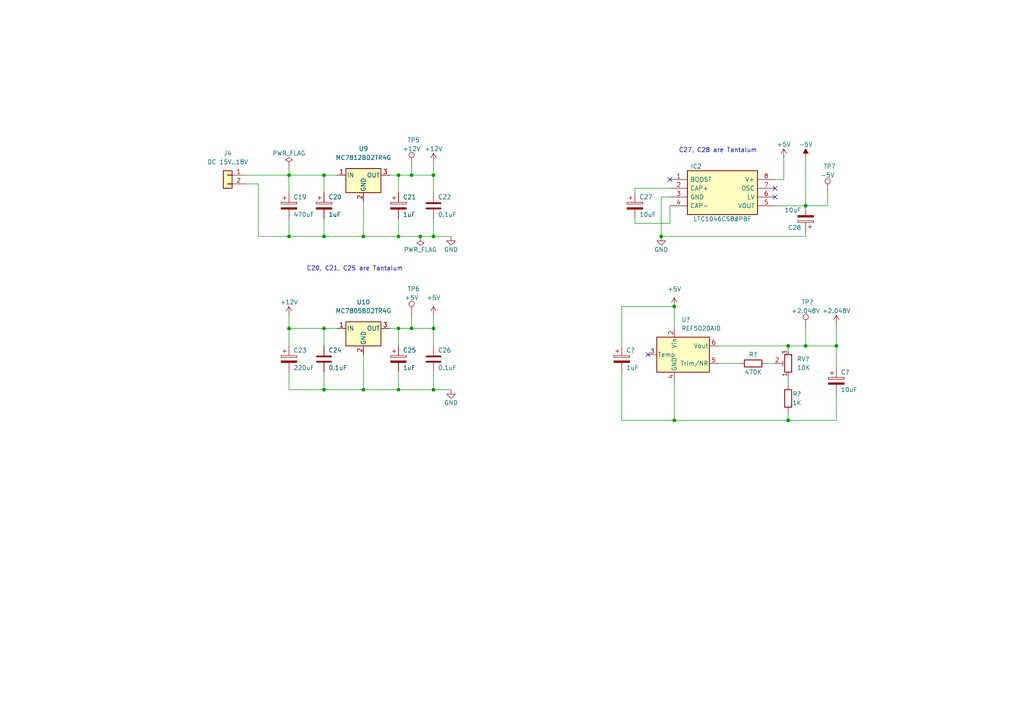
<source format=kicad_sch>
(kicad_sch (version 20211123) (generator eeschema)
  (paper "A4")
  (lib_symbols
    (symbol "Ben:+2.048V" (power) (pin_names (offset 0))
      (property "Value" "+2.048V" (at 0 5.08 0))
      (symbol "+2.048V_0_1"
        (polyline (pts (xy -0.762 1.27) (xy 0 2.54)))
        (polyline (pts (xy 0 0) (xy 0 2.54)))
        (polyline (pts (xy 0 2.54) (xy 0.762 1.27)))
      )
      (symbol "+2.048V_1_1"
        (pin power_in line (at 0 0 90) (length 0) hide (name "+2.048V") (number "1"))
      )
    )
    (symbol "Connector:TestPoint" (pin_numbers hide) (pin_names (offset 0.762) hide)
      (property "Reference" "TP" (at 0 6.858 0))
      (property "Value" "TestPoint" (at 0 5.08 0))
      (symbol "TestPoint_0_1"
        (circle (center 0 3.302) (radius 0.762))
      )
      (symbol "TestPoint_1_1"
        (pin passive line (at 0 0 90) (length 2.54) (name "1") (number "1"))
      )
    )
    (symbol "Connector_Generic:Conn_01x02" (pin_names (offset 1.016) hide)
      (property "Reference" "J" (at 0 2.54 0))
      (property "Value" "Conn_01x02" (at 0 -5.08 0))
      (symbol "Conn_01x02_1_1"
        (rectangle (start -1.27 -2.413) (end 0 -2.667) (stroke (width 0.1524)))
        (rectangle (start -1.27 0.127) (end 0 -0.127) (stroke (width 0.1524)))
        (rectangle (start -1.27 1.27) (end 1.27 -3.81) (stroke (width 0.254)) (fill (type background)))
        (pin passive line (at -5.08 0 0) (length 3.81) (name "Pin_1") (number "1"))
        (pin passive line (at -5.08 -2.54 0) (length 3.81) (name "Pin_2") (number "2"))
      )
    )
    (symbol "Device:C" (pin_numbers hide) (pin_names (offset 0.254))
      (property "Reference" "C" (at 0.635 2.54 0))
      (property "Value" "C" (at 0.635 -2.54 0))
      (symbol "C_0_1"
        (polyline (pts (xy -2.032 -0.762) (xy 2.032 -0.762)) (stroke (width 0.508)))
        (polyline (pts (xy -2.032 0.762) (xy 2.032 0.762)) (stroke (width 0.508)))
      )
      (symbol "C_1_1"
        (pin passive line (at 0 3.81 270) (length 2.794) (name "~") (number "1"))
        (pin passive line (at 0 -3.81 90) (length 2.794) (name "~") (number "2"))
      )
    )
    (symbol "Device:C_Polarized" (pin_numbers hide) (pin_names (offset 0.254))
      (property "Reference" "C" (at 0.635 2.54 0))
      (property "Value" "C_Polarized" (at 0.635 -2.54 0))
      (symbol "C_Polarized_0_1"
        (rectangle (start -2.286 0.508) (end 2.286 1.016))
        (polyline (pts (xy -1.778 2.286) (xy -0.762 2.286)))
        (polyline (pts (xy -1.27 2.794) (xy -1.27 1.778)))
        (rectangle (start 2.286 -0.508) (end -2.286 -1.016) (fill (type outline)))
      )
      (symbol "C_Polarized_1_1"
        (pin passive line (at 0 3.81 270) (length 2.794) (name "~") (number "1"))
        (pin passive line (at 0 -3.81 90) (length 2.794) (name "~") (number "2"))
      )
    )
    (symbol "Device:R" (pin_numbers hide) (pin_names (offset 0))
      (property "Reference" "R" (at 2.032 0 90))
      (property "Value" "R" (at 0 0 90))
      (symbol "R_0_1"
        (rectangle (start -1.016 -2.54) (end 1.016 2.54) (stroke (width 0.254)))
      )
      (symbol "R_1_1"
        (pin passive line (at 0 3.81 270) (length 1.27) (name "~") (number "1"))
        (pin passive line (at 0 -3.81 90) (length 1.27) (name "~") (number "2"))
      )
    )
    (symbol "Device:R_Potentiometer_Trim" (pin_names (offset 1.016) hide)
      (property "Reference" "RV" (at -4.445 0 90))
      (property "Value" "R_Potentiometer_Trim" (at -2.54 0 90))
      (symbol "R_Potentiometer_Trim_0_1"
        (polyline (pts (xy 1.524 0.762) (xy 1.524 -0.762)))
        (polyline (pts (xy 2.54 0) (xy 1.524 0)))
        (rectangle (start 1.016 2.54) (end -1.016 -2.54) (stroke (width 0.254)))
      )
      (symbol "R_Potentiometer_Trim_1_1"
        (pin passive line (at 0 3.81 270) (length 1.27) (name "1") (number "1"))
        (pin passive line (at 3.81 0 180) (length 1.27) (name "2") (number "2"))
        (pin passive line (at 0 -3.81 90) (length 1.27) (name "3") (number "3"))
      )
    )
    (symbol "Reference_Voltage:REF5020ID" (pin_names (offset 0.254))
      (property "Reference" "U" (at -1.27 8.255 0))
      (property "Value" "REF5020ID" (at -1.27 6.35 0))
      (symbol "REF5020ID_0_1"
        (rectangle (start -7.62 5.08) (end 7.62 -5.08) (stroke (width 0.254)) (fill (type background)))
      )
      (symbol "REF5020ID_1_1"
        (pin no_connect line (at -7.62 2.54 0) (length 2.54) hide (name "DNC") (number "1"))
        (pin power_in line (at -2.54 7.62 270) (length 2.54) (name "Vin") (number "2"))
        (pin passive line (at -10.16 0 0) (length 2.54) (name "Temp") (number "3"))
        (pin power_in line (at -2.54 -7.62 90) (length 2.54) (name "GND") (number "4"))
        (pin passive line (at 10.16 -2.54 180) (length 2.54) (name "Trim/NR") (number "5"))
        (pin power_out line (at 10.16 2.54 180) (length 2.54) (name "Vout") (number "6"))
        (pin no_connect line (at -5.08 -5.08 90) (length 2.54) hide (name "NC") (number "7"))
        (pin no_connect line (at 7.62 0 180) (length 2.54) hide (name "DNC") (number "8"))
      )
    )
    (symbol "Regulator_Linear:L7805" (pin_names (offset 0.254))
      (property "Reference" "U" (at -3.81 3.175 0))
      (property "Value" "L7805" (at 0 3.175 0))
      (symbol "L7805_0_1"
        (rectangle (start -5.08 1.905) (end 5.08 -5.08) (stroke (width 0.254)) (fill (type background)))
      )
      (symbol "L7805_1_1"
        (pin power_in line (at -7.62 0 0) (length 2.54) (name "IN") (number "1"))
        (pin power_in line (at 0 -7.62 90) (length 2.54) (name "GND") (number "2"))
        (pin power_out line (at 7.62 0 180) (length 2.54) (name "OUT") (number "3"))
      )
    )
    (symbol "Regulator_Linear:L7812" (pin_names (offset 0.254))
      (property "Reference" "U" (at -3.81 3.175 0))
      (property "Value" "L7812" (at 0 3.175 0))
      (symbol "L7812_0_1"
        (rectangle (start -5.08 1.905) (end 5.08 -5.08) (stroke (width 0.254)) (fill (type background)))
      )
      (symbol "L7812_1_1"
        (pin power_in line (at -7.62 0 0) (length 2.54) (name "IN") (number "1"))
        (pin power_in line (at 0 -7.62 90) (length 2.54) (name "GND") (number "2"))
        (pin power_out line (at 7.62 0 180) (length 2.54) (name "OUT") (number "3"))
      )
    )
    (symbol "SamacSys_Parts:LTC1046CS8#PBF" (pin_names (offset 0.762))
      (property "Reference" "IC?" (at -15.24 7.62 0))
      (property "Value" "LTC1046CS8#PBF" (at -15.24 5.08 0))
      (symbol "LTC1046CS8#PBF_0_0"
        (pin passive line (at 0 0 0) (length 5.08) (name "BOOST") (number "1"))
        (pin passive line (at 0 -2.54 0) (length 5.08) (name "CAP+") (number "2"))
        (pin power_in line (at 0 -5.08 0) (length 5.08) (name "GND") (number "3"))
        (pin passive line (at 0 -7.62 0) (length 5.08) (name "CAP-") (number "4"))
        (pin output line (at 30.48 -7.62 180) (length 5.08) (name "VOUT") (number "5"))
        (pin passive line (at 30.48 -5.08 180) (length 5.08) (name "LV") (number "6"))
        (pin passive line (at 30.48 -2.54 180) (length 5.08) (name "OSC") (number "7"))
        (pin passive line (at 30.48 0 180) (length 5.08) (name "V+") (number "8"))
      )
      (symbol "LTC1046CS8#PBF_0_1"
        (polyline (pts (xy 5.08 2.54) (xy 25.4 2.54) (xy 25.4 -10.16) (xy 5.08 -10.16) (xy 5.08 2.54)) (stroke (width 0.254)) (fill (type background)))
      )
    )
    (symbol "power:+12V" (power) (pin_names (offset 0))
      (property "Value" "+12V" (at 0 3.556 0))
      (symbol "+12V_0_1"
        (polyline (pts (xy -0.762 1.27) (xy 0 2.54)))
        (polyline (pts (xy 0 0) (xy 0 2.54)))
        (polyline (pts (xy 0 2.54) (xy 0.762 1.27)))
      )
      (symbol "+12V_1_1"
        (pin power_in line (at 0 0 90) (length 0) hide (name "+12V") (number "1"))
      )
    )
    (symbol "power:+5V" (power) (pin_names (offset 0))
      (property "Value" "+5V" (at 0 3.556 0))
      (symbol "+5V_0_1"
        (polyline (pts (xy -0.762 1.27) (xy 0 2.54)))
        (polyline (pts (xy 0 0) (xy 0 2.54)))
        (polyline (pts (xy 0 2.54) (xy 0.762 1.27)))
      )
      (symbol "+5V_1_1"
        (pin power_in line (at 0 0 90) (length 0) hide (name "+5V") (number "1"))
      )
    )
    (symbol "power:-5V" (power) (pin_names (offset 0))
      (property "Value" "-5V" (at 0 3.81 0))
      (symbol "-5V_0_0"
        (pin power_in line (at 0 0 90) (length 0) hide (name "-5V") (number "1"))
      )
      (symbol "-5V_0_1"
        (polyline (pts (xy 0 0) (xy 0 1.27) (xy 0.762 1.27) (xy 0 2.54) (xy -0.762 1.27) (xy 0 1.27)) (fill (type outline)))
      )
    )
    (symbol "power:GND" (power) (pin_names (offset 0))
      (property "Value" "GND" (at 0 -3.81 0))
      (symbol "GND_0_1"
        (polyline (pts (xy 0 0) (xy 0 -1.27) (xy 1.27 -1.27) (xy 0 -2.54) (xy -1.27 -1.27) (xy 0 -1.27)))
      )
      (symbol "GND_1_1"
        (pin power_in line (at 0 0 270) (length 0) hide (name "GND") (number "1"))
      )
    )
    (symbol "power:PWR_FLAG" (power) (pin_numbers hide) (pin_names (offset 0) hide)
      (property "Value" "PWR_FLAG" (at 0 3.81 0))
      (symbol "PWR_FLAG_0_0"
        (pin power_out line (at 0 0 90) (length 0) (name "pwr") (number "1"))
      )
      (symbol "PWR_FLAG_0_1"
        (polyline (pts (xy 0 0) (xy 0 1.27) (xy -1.016 1.905) (xy 0 2.54) (xy 1.016 1.905) (xy 0 1.27)))
      )
    )
  )
  (junction (at 195.58 88.9))
  (junction (at 115.57 50.8))
  (junction (at 105.41 113.03))
  (junction (at 125.73 113.03))
  (junction (at 115.57 68.58))
  (junction (at 228.6 121.92))
  (junction (at 93.98 50.8))
  (junction (at 119.38 50.8))
  (junction (at 83.82 95.25))
  (junction (at 83.82 68.58))
  (junction (at 125.73 68.58))
  (junction (at 191.77 68.58))
  (junction (at 93.98 95.25))
  (junction (at 105.41 68.58))
  (junction (at 83.82 50.8))
  (junction (at 228.6 100.33))
  (junction (at 115.57 95.25))
  (junction (at 233.68 59.69))
  (junction (at 119.38 95.25))
  (junction (at 233.68 100.33))
  (junction (at 242.57 100.33))
  (junction (at 93.98 68.58))
  (junction (at 195.58 121.92))
  (junction (at 115.57 113.03))
  (junction (at 125.73 95.25))
  (junction (at 125.73 50.8))
  (junction (at 93.98 113.03))
  (junction (at 121.92 68.58))
  (no_connect (at 224.79 54.61))
  (no_connect (at 187.96 102.87))
  (no_connect (at 224.79 57.15))
  (no_connect (at 194.31 52.07))
  (wire (pts (xy 233.68 45.72) (xy 233.68 59.69)))
  (wire (pts (xy 115.57 68.58) (xy 121.92 68.58)))
  (wire (pts (xy 180.34 121.92) (xy 195.58 121.92)))
  (wire (pts (xy 115.57 95.25) (xy 115.57 100.33)))
  (wire (pts (xy 242.57 100.33) (xy 242.57 106.68)))
  (wire (pts (xy 125.73 46.99) (xy 125.73 50.8)))
  (wire (pts (xy 184.15 64.77) (xy 194.31 64.77)))
  (wire (pts (xy 240.03 55.88) (xy 240.03 59.69)))
  (wire (pts (xy 105.41 113.03) (xy 115.57 113.03)))
  (wire (pts (xy 222.25 105.41) (xy 224.79 105.41)))
  (wire (pts (xy 83.82 95.25) (xy 93.98 95.25)))
  (wire (pts (xy 83.82 55.88) (xy 83.82 50.8)))
  (wire (pts (xy 74.93 68.58) (xy 83.82 68.58)))
  (wire (pts (xy 233.68 68.58) (xy 233.68 67.31)))
  (wire (pts (xy 195.58 88.9) (xy 195.58 95.25)))
  (wire (pts (xy 113.03 50.8) (xy 115.57 50.8)))
  (wire (pts (xy 125.73 95.25) (xy 125.73 100.33)))
  (wire (pts (xy 240.03 59.69) (xy 233.68 59.69)))
  (wire (pts (xy 83.82 91.44) (xy 83.82 95.25)))
  (wire (pts (xy 115.57 63.5) (xy 115.57 68.58)))
  (wire (pts (xy 115.57 50.8) (xy 115.57 55.88)))
  (wire (pts (xy 242.57 121.92) (xy 228.6 121.92)))
  (wire (pts (xy 125.73 91.44) (xy 125.73 95.25)))
  (wire (pts (xy 74.93 53.34) (xy 74.93 68.58)))
  (wire (pts (xy 115.57 50.8) (xy 119.38 50.8)))
  (wire (pts (xy 83.82 95.25) (xy 83.82 100.33)))
  (wire (pts (xy 83.82 107.95) (xy 83.82 113.03)))
  (wire (pts (xy 93.98 68.58) (xy 83.82 68.58)))
  (wire (pts (xy 228.6 119.38) (xy 228.6 121.92)))
  (wire (pts (xy 195.58 121.92) (xy 195.58 110.49)))
  (wire (pts (xy 191.77 57.15) (xy 194.31 57.15)))
  (wire (pts (xy 71.12 50.8) (xy 83.82 50.8)))
  (wire (pts (xy 191.77 68.58) (xy 233.68 68.58)))
  (wire (pts (xy 224.79 59.69) (xy 233.68 59.69)))
  (wire (pts (xy 119.38 95.25) (xy 125.73 95.25)))
  (wire (pts (xy 184.15 54.61) (xy 184.15 55.88)))
  (wire (pts (xy 125.73 63.5) (xy 125.73 68.58)))
  (wire (pts (xy 184.15 64.77) (xy 184.15 63.5)))
  (wire (pts (xy 228.6 100.33) (xy 233.68 100.33)))
  (wire (pts (xy 93.98 50.8) (xy 97.79 50.8)))
  (wire (pts (xy 130.81 113.03) (xy 125.73 113.03)))
  (wire (pts (xy 83.82 48.26) (xy 83.82 50.8)))
  (wire (pts (xy 71.12 53.34) (xy 74.93 53.34)))
  (wire (pts (xy 119.38 48.26) (xy 119.38 50.8)))
  (wire (pts (xy 115.57 113.03) (xy 115.57 107.95)))
  (wire (pts (xy 93.98 63.5) (xy 93.98 68.58)))
  (wire (pts (xy 113.03 95.25) (xy 115.57 95.25)))
  (wire (pts (xy 93.98 95.25) (xy 93.98 100.33)))
  (wire (pts (xy 93.98 68.58) (xy 105.41 68.58)))
  (wire (pts (xy 242.57 93.98) (xy 242.57 100.33)))
  (wire (pts (xy 227.33 45.72) (xy 227.33 52.07)))
  (wire (pts (xy 115.57 95.25) (xy 119.38 95.25)))
  (wire (pts (xy 83.82 113.03) (xy 93.98 113.03)))
  (wire (pts (xy 93.98 55.88) (xy 93.98 50.8)))
  (wire (pts (xy 130.81 68.58) (xy 125.73 68.58)))
  (wire (pts (xy 228.6 100.33) (xy 228.6 101.6)))
  (wire (pts (xy 105.41 102.87) (xy 105.41 113.03)))
  (wire (pts (xy 115.57 113.03) (xy 125.73 113.03)))
  (wire (pts (xy 119.38 50.8) (xy 125.73 50.8)))
  (wire (pts (xy 233.68 95.25) (xy 233.68 100.33)))
  (wire (pts (xy 242.57 114.3) (xy 242.57 121.92)))
  (wire (pts (xy 93.98 95.25) (xy 97.79 95.25)))
  (wire (pts (xy 194.31 59.69) (xy 194.31 64.77)))
  (wire (pts (xy 121.92 68.58) (xy 125.73 68.58)))
  (wire (pts (xy 125.73 50.8) (xy 125.73 55.88)))
  (wire (pts (xy 228.6 121.92) (xy 195.58 121.92)))
  (wire (pts (xy 105.41 58.42) (xy 105.41 68.58)))
  (wire (pts (xy 227.33 52.07) (xy 224.79 52.07)))
  (wire (pts (xy 180.34 107.95) (xy 180.34 121.92)))
  (wire (pts (xy 125.73 113.03) (xy 125.73 107.95)))
  (wire (pts (xy 228.6 109.22) (xy 228.6 111.76)))
  (wire (pts (xy 208.28 105.41) (xy 214.63 105.41)))
  (wire (pts (xy 194.31 54.61) (xy 184.15 54.61)))
  (wire (pts (xy 195.58 88.9) (xy 180.34 88.9)))
  (wire (pts (xy 180.34 88.9) (xy 180.34 100.33)))
  (wire (pts (xy 191.77 68.58) (xy 191.77 57.15)))
  (wire (pts (xy 208.28 100.33) (xy 228.6 100.33)))
  (wire (pts (xy 119.38 91.44) (xy 119.38 95.25)))
  (wire (pts (xy 233.68 100.33) (xy 242.57 100.33)))
  (wire (pts (xy 105.41 68.58) (xy 115.57 68.58)))
  (wire (pts (xy 83.82 50.8) (xy 93.98 50.8)))
  (wire (pts (xy 83.82 68.58) (xy 83.82 63.5)))
  (wire (pts (xy 93.98 113.03) (xy 105.41 113.03)))
  (wire (pts (xy 93.98 113.03) (xy 93.98 107.95)))
  (text "C20, C21, C25 are Tantalum" (at 88.9 78.74 0) (effects (font (size 1.27 1.27)) (justify left bottom)))
  (text "C27, C28 are Tantalum\n" (at 196.85 44.45 0) (effects (font (size 1.27 1.27)) (justify left bottom)))
  (symbol (lib_id "SamacSys_Parts:LTC1046CS8#PBF") (at 194.31 52.07 0) (unit 1)
    (property "Reference" "IC2" (at 201.93 48.26 0))
    (property "Value" "LTC1046CS8#PBF" (at 209.55 63.5 0))
    (property "Footprint" "SOIC127P599X175-8N" (effects hide))
    (property "Datasheet" "https://componentsearchengine.com/Datasheets/1/LTC1046CS8#PBF.pdf" (effects hide))
    (property "Description" "Charge Pump Inverting, Step Down, Step Up" (effects hide))
    (property "Height" "1.752" (effects hide))
    (property "Mouser Part Number" "584-LTC1046CS8#PBF" (effects hide))
    (property "Mouser Price/Stock" "https://www.mouser.com/Search/Refine.aspx?Keyword=584-LTC1046CS8%23PBF" (effects hide))
    (property "Manufacturer_Name" "Linear Technology" (effects hide))
    (property "Manufacturer_Part_Number" "LTC1046CS8#PBF" (effects hide))
  )
  (symbol (lib_id "Connector_Generic:Conn_01x02") (at 66.04 50.8 0) (mirror y) (unit 1)
    (property "Reference" "J4" (at 66.04 44.45 0))
    (property "Value" "DC 15V..18V" (at 66.04 46.99 0))
  )
  (symbol (lib_id "Device:C_Polarized") (at 180.34 104.14 0) (unit 1)
    (property "Reference" "C?" (at 181.61 101.6 0) (effects (justify left)))
    (property "Value" "1uF" (at 181.61 106.68 0) (effects (justify left)))
  )
  (symbol (lib_id "power:+12V") (at 125.73 46.99 0) (unit 1)
    (property "Reference" "#PWR020" (effects hide))
    (property "Value" "+12V" (at 125.73 43.18 0))
  )
  (symbol (lib_id "Connector:TestPoint") (at 233.68 95.25 0) (unit 1)
    (property "Reference" "TP?" (at 232.41 87.63 0) (effects (justify left)))
    (property "Value" "+2.048V" (at 233.68 90.17 0))
  )
  (symbol (lib_id "power:GND") (at 130.81 68.58 0) (unit 1)
    (property "Reference" "#PWR021" (effects hide))
    (property "Value" "GND" (at 130.81 72.39 0))
  )
  (symbol (lib_id "Regulator_Linear:L7812") (at 105.41 50.8 0) (unit 1)
    (property "Reference" "U9" (at 105.41 43.18 0))
    (property "Value" "MC7812BD2TR4G" (at 105.41 45.72 0))
    (property "Footprint" "Package_TO_SOT_SMD:TO-263-3_TabPin2" (effects hide))
    (property "Datasheet" "http://www.st.com/content/ccc/resource/technical/document/datasheet/41/4f/b3/b0/12/d4/47/88/CD00000444.pdf/files/CD00000444.pdf/jcr:content/translations/en.CD00000444.pdf" (effects hide))
  )
  (symbol (lib_id "Connector:TestPoint") (at 119.38 91.44 0) (unit 1)
    (property "Reference" "TP6" (at 118.11 83.82 0) (effects (justify left)))
    (property "Value" "+5V" (at 119.38 86.36 0))
  )
  (symbol (lib_id "power:+12V") (at 83.82 91.44 0) (unit 1)
    (property "Reference" "#PWR022" (effects hide))
    (property "Value" "+12V" (at 83.82 87.63 0))
  )
  (symbol (lib_id "Connector:TestPoint") (at 119.38 48.26 0) (unit 1)
    (property "Reference" "TP5" (at 118.11 40.64 0) (effects (justify left)))
    (property "Value" "+12V" (at 119.38 43.18 0))
  )
  (symbol (lib_id "Ben:+2.048V") (at 242.57 93.98 0) (unit 1)
    (property "Reference" "#PWR?" (effects hide))
    (property "Value" "+2.048V" (at 242.57 90.17 0))
  )
  (symbol (lib_id "Device:C") (at 125.73 59.69 0) (unit 1)
    (property "Reference" "C22" (at 127 57.15 0) (effects (justify left)))
    (property "Value" "0.1uF" (at 127 62.23 0) (effects (justify left)))
  )
  (symbol (lib_id "Device:C") (at 125.73 104.14 0) (unit 1)
    (property "Reference" "C26" (at 127 101.6 0) (effects (justify left)))
    (property "Value" "0.1uF" (at 127 106.68 0) (effects (justify left)))
  )
  (symbol (lib_id "Device:C_Polarized") (at 115.57 59.69 0) (unit 1)
    (property "Reference" "C21" (at 116.84 57.15 0) (effects (justify left)))
    (property "Value" "1uF" (at 116.84 62.23 0) (effects (justify left)))
  )
  (symbol (lib_id "Device:C_Polarized") (at 233.68 63.5 180) (unit 1)
    (property "Reference" "C28" (at 232.41 66.04 0) (effects (justify left)))
    (property "Value" "10uF" (at 232.41 60.96 0) (effects (justify left)))
  )
  (symbol (lib_id "Device:C_Polarized") (at 115.57 104.14 0) (unit 1)
    (property "Reference" "C25" (at 116.84 101.6 0) (effects (justify left)))
    (property "Value" "1uF" (at 116.84 106.68 0) (effects (justify left)))
  )
  (symbol (lib_id "Device:R") (at 228.6 115.57 180) (unit 1)
    (property "Reference" "R?" (at 231.14 114.3 0))
    (property "Value" "1K" (at 231.14 116.84 0))
  )
  (symbol (lib_id "Device:R_Potentiometer_Trim") (at 228.6 105.41 180) (unit 1)
    (property "Reference" "RV?" (at 231.14 104.1399 0) (effects (justify right)))
    (property "Value" "10K" (at 231.14 106.6799 0) (effects (justify right)))
  )
  (symbol (lib_id "power:+5V") (at 227.33 45.72 0) (unit 1)
    (property "Reference" "#PWR025" (effects hide))
    (property "Value" "+5V" (at 227.33 41.91 0))
  )
  (symbol (lib_id "power:GND") (at 191.77 68.58 0) (unit 1)
    (property "Reference" "#PWR027" (effects hide))
    (property "Value" "GND" (at 191.77 72.39 0))
  )
  (symbol (lib_id "power:PWR_FLAG") (at 121.92 68.58 180) (unit 1)
    (property "Reference" "#FLG0101" (effects hide))
    (property "Value" "PWR_FLAG" (at 121.92 72.39 0))
  )
  (symbol (lib_id "Device:C_Polarized") (at 242.57 110.49 0) (unit 1)
    (property "Reference" "C?" (at 243.84 107.95 0) (effects (justify left)))
    (property "Value" "10uF" (at 243.84 113.03 0) (effects (justify left)))
  )
  (symbol (lib_id "Connector:TestPoint") (at 240.03 55.88 0) (unit 1)
    (property "Reference" "TP7" (at 238.76 48.26 0) (effects (justify left)))
    (property "Value" "-5V" (at 240.03 50.8 0))
  )
  (symbol (lib_id "power:PWR_FLAG") (at 83.82 48.26 0) (unit 1)
    (property "Reference" "#FLG0102" (effects hide))
    (property "Value" "PWR_FLAG" (at 83.82 44.45 0))
  )
  (symbol (lib_id "power:+5V") (at 125.73 91.44 0) (unit 1)
    (property "Reference" "#PWR023" (effects hide))
    (property "Value" "+5V" (at 125.73 86.36 0))
  )
  (symbol (lib_id "power:+5V") (at 195.58 88.9 0) (unit 1)
    (property "Reference" "#PWR?" (effects hide))
    (property "Value" "+5V" (at 195.58 83.82 0))
  )
  (symbol (lib_id "Device:R") (at 218.44 105.41 90) (unit 1)
    (property "Reference" "R?" (at 218.44 102.87 90))
    (property "Value" "470K" (at 218.44 107.95 90))
  )
  (symbol (lib_id "Device:C_Polarized") (at 184.15 59.69 0) (unit 1)
    (property "Reference" "C27" (at 185.42 57.15 0) (effects (justify left)))
    (property "Value" "10uF" (at 185.42 62.23 0) (effects (justify left)))
  )
  (symbol (lib_id "Device:C_Polarized") (at 83.82 104.14 0) (unit 1)
    (property "Reference" "C23" (at 85.09 101.6 0) (effects (justify left)))
    (property "Value" "220uF" (at 85.09 106.68 0) (effects (justify left)))
  )
  (symbol (lib_id "Regulator_Linear:L7805") (at 105.41 95.25 0) (unit 1)
    (property "Reference" "U10" (at 105.41 87.63 0))
    (property "Value" "MC7805BD2TR4G" (at 105.41 90.17 0))
    (property "Footprint" "Package_TO_SOT_SMD:TO-263-3_TabPin2" (effects hide))
    (property "Datasheet" "http://www.st.com/content/ccc/resource/technical/document/datasheet/41/4f/b3/b0/12/d4/47/88/CD00000444.pdf/files/CD00000444.pdf/jcr:content/translations/en.CD00000444.pdf" (effects hide))
  )
  (symbol (lib_id "power:-5V") (at 233.68 45.72 0) (unit 1)
    (property "Reference" "#PWR026" (effects hide))
    (property "Value" "-5V" (at 233.68 41.91 0))
  )
  (symbol (lib_id "power:GND") (at 130.81 113.03 0) (unit 1)
    (property "Reference" "#PWR024" (effects hide))
    (property "Value" "GND" (at 130.81 116.84 0))
  )
  (symbol (lib_id "Device:C_Polarized") (at 93.98 59.69 0) (unit 1)
    (property "Reference" "C20" (at 95.25 57.15 0) (effects (justify left)))
    (property "Value" "1uF" (at 95.25 62.23 0) (effects (justify left)))
  )
  (symbol (lib_id "Device:C_Polarized") (at 83.82 59.69 0) (unit 1)
    (property "Reference" "C19" (at 85.09 57.15 0) (effects (justify left)))
    (property "Value" "470uF" (at 85.09 62.23 0) (effects (justify left)))
  )
  (symbol (lib_id "Device:C") (at 93.98 104.14 0) (unit 1)
    (property "Reference" "C24" (at 95.25 101.6 0) (effects (justify left)))
    (property "Value" "0.1uF" (at 95.25 106.68 0) (effects (justify left)))
  )
  (symbol (lib_id "Reference_Voltage:REF5020ID") (at 198.12 102.87 0) (unit 1)
    (property "Reference" "U?" (at 197.5994 92.71 0) (effects (justify left)))
    (property "Value" "REF5020AID" (at 197.5994 95.25 0) (effects (justify left)))
    (property "Footprint" "Package_SO:SOIC-8_3.9x4.9mm_P1.27mm" (effects hide))
    (property "Datasheet" "http://www.ti.com/lit/ds/symlink/ref5030.pdf" (effects hide))
  )
)
</source>
